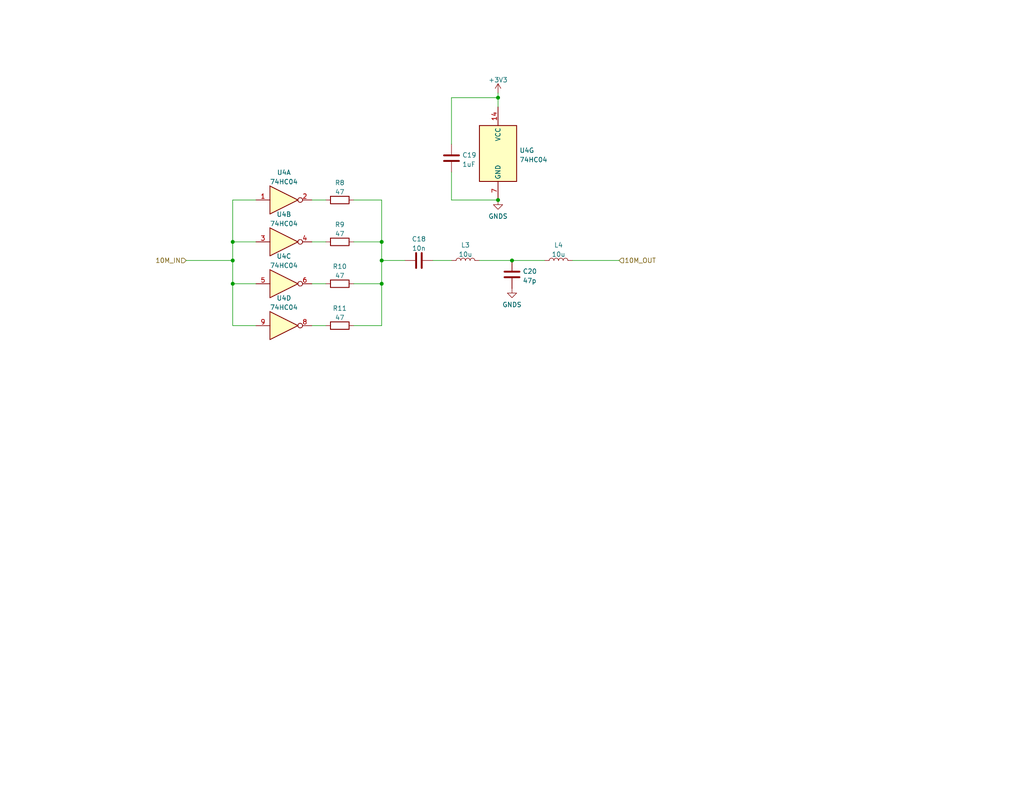
<source format=kicad_sch>
(kicad_sch (version 20211123) (generator eeschema)
  (paper "USLetter")
  (title_block (title "UCCM+BBB Carrier") (date "2022-10-07") (rev "1") (company "VE7XEN"))
  (lib_symbols
    (symbol "74xx:74HC04"
      (property "Reference" "U" (at 0 1.27 0))
      (property "Value" "74HC04" (at 0 -1.27 0))
      (symbol "74HC04_1_0"
        (polyline (pts (xy -3.81 3.81) (xy -3.81 -3.81) (xy 3.81 0) (xy -3.81 3.81)) (stroke (width 0.254)) (fill (type background)))
        (pin input line (at -7.62 0 0) (length 3.81) (name "~") (number "1"))
        (pin output inverted (at 7.62 0 180) (length 3.81) (name "~") (number "2"))
      )
      (symbol "74HC04_2_0"
        (polyline (pts (xy -3.81 3.81) (xy -3.81 -3.81) (xy 3.81 0) (xy -3.81 3.81)) (stroke (width 0.254)) (fill (type background)))
        (pin input line (at -7.62 0 0) (length 3.81) (name "~") (number "3"))
        (pin output inverted (at 7.62 0 180) (length 3.81) (name "~") (number "4"))
      )
      (symbol "74HC04_3_0"
        (polyline (pts (xy -3.81 3.81) (xy -3.81 -3.81) (xy 3.81 0) (xy -3.81 3.81)) (stroke (width 0.254)) (fill (type background)))
        (pin input line (at -7.62 0 0) (length 3.81) (name "~") (number "5"))
        (pin output inverted (at 7.62 0 180) (length 3.81) (name "~") (number "6"))
      )
      (symbol "74HC04_4_0"
        (polyline (pts (xy -3.81 3.81) (xy -3.81 -3.81) (xy 3.81 0) (xy -3.81 3.81)) (stroke (width 0.254)) (fill (type background)))
        (pin output inverted (at 7.62 0 180) (length 3.81) (name "~") (number "8"))
        (pin input line (at -7.62 0 0) (length 3.81) (name "~") (number "9"))
      )
      (symbol "74HC04_5_0"
        (polyline (pts (xy -3.81 3.81) (xy -3.81 -3.81) (xy 3.81 0) (xy -3.81 3.81)) (stroke (width 0.254)) (fill (type background)))
        (pin output inverted (at 7.62 0 180) (length 3.81) (name "~") (number "10"))
        (pin input line (at -7.62 0 0) (length 3.81) (name "~") (number "11"))
      )
      (symbol "74HC04_6_0"
        (polyline (pts (xy -3.81 3.81) (xy -3.81 -3.81) (xy 3.81 0) (xy -3.81 3.81)) (stroke (width 0.254)) (fill (type background)))
        (pin output inverted (at 7.62 0 180) (length 3.81) (name "~") (number "12"))
        (pin input line (at -7.62 0 0) (length 3.81) (name "~") (number "13"))
      )
      (symbol "74HC04_7_0"
        (pin power_in line (at 0 12.7 270) (length 5.08) (name "VCC") (number "14"))
        (pin power_in line (at 0 -12.7 90) (length 5.08) (name "GND") (number "7"))
      )
      (symbol "74HC04_7_1"
        (rectangle (start -5.08 7.62) (end 5.08 -7.62) (stroke (width 0.254)) (fill (type background)))
      )
    )
    (symbol "Device:C" (pin_numbers hide) (pin_names (offset 0.254))
      (property "Reference" "C" (at 0.635 2.54 0))
      (property "Value" "C" (at 0.635 -2.54 0))
      (symbol "C_0_1"
        (polyline (pts (xy -2.032 -0.762) (xy 2.032 -0.762)) (stroke (width 0.508)))
        (polyline (pts (xy -2.032 0.762) (xy 2.032 0.762)) (stroke (width 0.508)))
      )
      (symbol "C_1_1"
        (pin passive line (at 0 3.81 270) (length 2.794) (name "~") (number "1"))
        (pin passive line (at 0 -3.81 90) (length 2.794) (name "~") (number "2"))
      )
    )
    (symbol "Device:L" (pin_numbers hide) (pin_names (offset 1.016) hide)
      (property "Reference" "L" (at -1.27 0 90))
      (property "Value" "L" (at 1.905 0 90))
      (symbol "L_0_1"
        (arc (start 0 -2.54) (mid 0.635 -1.905) (end 0 -1.27))
        (arc (start 0 -1.27) (mid 0.635 -0.635) (end 0 0))
        (arc (start 0 0) (mid 0.635 0.635) (end 0 1.27))
        (arc (start 0 1.27) (mid 0.635 1.905) (end 0 2.54))
      )
      (symbol "L_1_1"
        (pin passive line (at 0 3.81 270) (length 1.27) (name "1") (number "1"))
        (pin passive line (at 0 -3.81 90) (length 1.27) (name "2") (number "2"))
      )
    )
    (symbol "Device:R" (pin_numbers hide) (pin_names (offset 0))
      (property "Reference" "R" (at 2.032 0 90))
      (property "Value" "R" (at 0 0 90))
      (symbol "R_0_1"
        (rectangle (start -1.016 -2.54) (end 1.016 2.54) (stroke (width 0.254)))
      )
      (symbol "R_1_1"
        (pin passive line (at 0 3.81 270) (length 1.27) (name "~") (number "1"))
        (pin passive line (at 0 -3.81 90) (length 1.27) (name "~") (number "2"))
      )
    )
    (symbol "power:+3V3" (power) (pin_names (offset 0))
      (property "Value" "+3V3" (at 0 3.556 0))
      (symbol "+3V3_0_1"
        (polyline (pts (xy -0.762 1.27) (xy 0 2.54)))
        (polyline (pts (xy 0 0) (xy 0 2.54)))
        (polyline (pts (xy 0 2.54) (xy 0.762 1.27)))
      )
      (symbol "+3V3_1_1"
        (pin power_in line (at 0 0 90) (length 0) hide (name "+3V3") (number "1"))
      )
    )
    (symbol "power:GNDS" (power) (pin_names (offset 0))
      (property "Value" "GNDS" (at 0 -3.81 0))
      (symbol "GNDS_0_1"
        (polyline (pts (xy 0 0) (xy 0 -1.27) (xy 1.27 -1.27) (xy 0 -2.54) (xy -1.27 -1.27) (xy 0 -1.27)))
      )
      (symbol "GNDS_1_1"
        (pin power_in line (at 0 0 270) (length 0) hide (name "GNDS") (number "1"))
      )
    )
  )
  (junction (at 104.14 71.12))
  (junction (at 63.5 66.04))
  (junction (at 63.5 71.12))
  (junction (at 135.89 54.61))
  (junction (at 135.89 26.67))
  (junction (at 63.5 77.47))
  (junction (at 104.14 77.47))
  (junction (at 104.14 66.04))
  (junction (at 139.7 71.12))
  (wire (pts (xy 123.19 54.61) (xy 135.89 54.61)))
  (wire (pts (xy 123.19 26.67) (xy 135.89 26.67)))
  (wire (pts (xy 85.09 88.9) (xy 88.9 88.9)))
  (wire (pts (xy 130.81 71.12) (xy 139.7 71.12)))
  (wire (pts (xy 96.52 88.9) (xy 104.14 88.9)))
  (wire (pts (xy 85.09 54.61) (xy 88.9 54.61)))
  (wire (pts (xy 96.52 77.47) (xy 104.14 77.47)))
  (wire (pts (xy 123.19 46.99) (xy 123.19 54.61)))
  (wire (pts (xy 63.5 54.61) (xy 63.5 66.04)))
  (wire (pts (xy 85.09 66.04) (xy 88.9 66.04)))
  (wire (pts (xy 104.14 54.61) (xy 104.14 66.04)))
  (wire (pts (xy 63.5 88.9) (xy 63.5 77.47)))
  (wire (pts (xy 104.14 77.47) (xy 104.14 71.12)))
  (wire (pts (xy 135.89 26.67) (xy 135.89 29.21)))
  (wire (pts (xy 139.7 71.12) (xy 148.59 71.12)))
  (wire (pts (xy 50.8 71.12) (xy 63.5 71.12)))
  (wire (pts (xy 63.5 66.04) (xy 63.5 71.12)))
  (wire (pts (xy 96.52 66.04) (xy 104.14 66.04)))
  (wire (pts (xy 69.85 54.61) (xy 63.5 54.61)))
  (wire (pts (xy 63.5 71.12) (xy 63.5 77.47)))
  (wire (pts (xy 168.91 71.12) (xy 156.21 71.12)))
  (wire (pts (xy 118.11 71.12) (xy 123.19 71.12)))
  (wire (pts (xy 135.89 25.4) (xy 135.89 26.67)))
  (wire (pts (xy 63.5 77.47) (xy 69.85 77.47)))
  (wire (pts (xy 104.14 66.04) (xy 104.14 71.12)))
  (wire (pts (xy 123.19 39.37) (xy 123.19 26.67)))
  (wire (pts (xy 96.52 54.61) (xy 104.14 54.61)))
  (wire (pts (xy 104.14 71.12) (xy 110.49 71.12)))
  (wire (pts (xy 104.14 88.9) (xy 104.14 77.47)))
  (wire (pts (xy 69.85 88.9) (xy 63.5 88.9)))
  (wire (pts (xy 69.85 66.04) (xy 63.5 66.04)))
  (wire (pts (xy 85.09 77.47) (xy 88.9 77.47)))
  (hierarchical_label "10M_IN" (shape input) (at 50.8 71.12 180))
  (hierarchical_label "10M_OUT" (shape input) (at 168.91 71.12 0))
  (symbol (lib_id "power:+3V3") (at 135.89 25.4 0) (unit 1)
    (property "Reference" "#PWR046" (effects hide))
    (property "Value" "+3V3" (at 135.89 21.8242 0))
  )
  (symbol (lib_id "74xx:74HC04") (at 77.47 88.9 0) (unit 4)
    (property "Reference" "U4" (at 77.47 81.3902 0))
    (property "Value" "74HC04" (at 77.47 83.9271 0))
    (property "Footprint" "Package_SO:SOIC-14_3.9x8.7mm_P1.27mm" (effects hide))
    (property "Datasheet" "https://assets.nexperia.com/documents/data-sheet/74HC_HCT04.pdf" (effects hide))
    (property "LCSC" "C5590" (effects hide))
  )
  (symbol (lib_id "Device:C") (at 114.3 71.12 90) (unit 1)
    (property "Reference" "C18" (at 114.3 65.2612 90))
    (property "Value" "10n" (at 114.3 67.7981 90))
    (property "Footprint" "Capacitor_SMD:C_0805_2012Metric_Pad1.18x1.45mm_HandSolder" (effects hide))
    (property "LCSC" "C1710" (effects hide))
  )
  (symbol (lib_id "power:GNDS") (at 135.89 54.61 0) (unit 1)
    (property "Reference" "#PWR047" (effects hide))
    (property "Value" "GNDS" (at 135.89 59.0534 0))
  )
  (symbol (lib_id "Device:R") (at 92.71 54.61 90) (unit 1)
    (property "Reference" "R8" (at 92.71 49.8942 90))
    (property "Value" "47" (at 92.71 52.4311 90))
    (property "Footprint" "Resistor_SMD:R_0805_2012Metric_Pad1.20x1.40mm_HandSolder" (effects hide))
    (property "LCSC" "C17714" (effects hide))
  )
  (symbol (lib_id "Device:R") (at 92.71 88.9 90) (unit 1)
    (property "Reference" "R11" (at 92.71 84.1842 90))
    (property "Value" "47" (at 92.71 86.7211 90))
    (property "Footprint" "Resistor_SMD:R_0805_2012Metric_Pad1.20x1.40mm_HandSolder" (effects hide))
    (property "LCSC" "C17714" (effects hide))
  )
  (symbol (lib_id "74xx:74HC04") (at 77.47 54.61 0) (unit 1)
    (property "Reference" "U4" (at 77.47 47.1002 0))
    (property "Value" "74HC04" (at 77.47 49.6371 0))
    (property "Footprint" "Package_SO:SOIC-14_3.9x8.7mm_P1.27mm" (effects hide))
    (property "Datasheet" "https://assets.nexperia.com/documents/data-sheet/74HC_HCT04.pdf" (effects hide))
    (property "LCSC" "C5590" (effects hide))
  )
  (symbol (lib_id "Device:C") (at 123.19 43.18 0) (unit 1)
    (property "Reference" "C19" (at 126.111 42.3453 0) (effects (justify left)))
    (property "Value" "1uF" (at 126.111 44.8822 0) (effects (justify left)))
    (property "Footprint" "Capacitor_SMD:C_1206_3216Metric_Pad1.33x1.80mm_HandSolder" (effects hide))
    (property "LCSC" "C28323" (effects hide))
  )
  (symbol (lib_id "Device:L") (at 152.4 71.12 90) (unit 1)
    (property "Reference" "L4" (at 152.4 66.9122 90))
    (property "Value" "10u" (at 152.4 69.4491 90))
    (property "Footprint" "Inductor_SMD:L_1206_3216Metric_Pad1.22x1.90mm_HandSolder" (effects hide))
    (property "LCSC" "C1051" (effects hide))
  )
  (symbol (lib_id "power:GNDS") (at 139.7 78.74 0) (unit 1)
    (property "Reference" "#PWR048" (effects hide))
    (property "Value" "GNDS" (at 139.7 83.1834 0))
  )
  (symbol (lib_id "Device:R") (at 92.71 66.04 90) (unit 1)
    (property "Reference" "R9" (at 92.71 61.3242 90))
    (property "Value" "47" (at 92.71 63.8611 90))
    (property "Footprint" "Resistor_SMD:R_0805_2012Metric_Pad1.20x1.40mm_HandSolder" (effects hide))
    (property "LCSC" "C17714" (effects hide))
  )
  (symbol (lib_id "74xx:74HC04") (at 77.47 66.04 0) (unit 2)
    (property "Reference" "U4" (at 77.47 58.5302 0))
    (property "Value" "74HC04" (at 77.47 61.0671 0))
    (property "Footprint" "Package_SO:SOIC-14_3.9x8.7mm_P1.27mm" (effects hide))
    (property "Datasheet" "https://assets.nexperia.com/documents/data-sheet/74HC_HCT04.pdf" (effects hide))
    (property "LCSC" "C5590" (effects hide))
  )
  (symbol (lib_id "74xx:74HC04") (at 135.89 41.91 0) (unit 7)
    (property "Reference" "U4" (at 141.732 41.0753 0) (effects (justify left)))
    (property "Value" "74HC04" (at 141.732 43.6122 0) (effects (justify left)))
    (property "Footprint" "Package_SO:SOIC-14_3.9x8.7mm_P1.27mm" (effects hide))
    (property "Datasheet" "https://assets.nexperia.com/documents/data-sheet/74HC_HCT04.pdf" (effects hide))
    (property "LCSC" "C5590" (effects hide))
  )
  (symbol (lib_id "Device:L") (at 127 71.12 90) (unit 1)
    (property "Reference" "L3" (at 127 66.9122 90))
    (property "Value" "10u" (at 127 69.4491 90))
    (property "Footprint" "Inductor_SMD:L_1206_3216Metric_Pad1.22x1.90mm_HandSolder" (effects hide))
    (property "LCSC" "C1051" (effects hide))
  )
  (symbol (lib_id "Device:R") (at 92.71 77.47 90) (unit 1)
    (property "Reference" "R10" (at 92.71 72.7542 90))
    (property "Value" "47" (at 92.71 75.2911 90))
    (property "Footprint" "Resistor_SMD:R_0805_2012Metric_Pad1.20x1.40mm_HandSolder" (effects hide))
    (property "LCSC" "C17714" (effects hide))
  )
  (symbol (lib_id "Device:C") (at 139.7 74.93 0) (unit 1)
    (property "Reference" "C20" (at 142.621 74.0953 0) (effects (justify left)))
    (property "Value" "47p" (at 142.621 76.6322 0) (effects (justify left)))
    (property "Footprint" "Capacitor_SMD:C_0805_2012Metric_Pad1.18x1.45mm_HandSolder" (effects hide))
    (property "LCSC" "C14857" (effects hide))
  )
  (symbol (lib_id "74xx:74HC04") (at 77.47 77.47 0) (unit 3)
    (property "Reference" "U4" (at 77.47 69.9602 0))
    (property "Value" "74HC04" (at 77.47 72.4971 0))
    (property "Footprint" "Package_SO:SOIC-14_3.9x8.7mm_P1.27mm" (effects hide))
    (property "Datasheet" "https://assets.nexperia.com/documents/data-sheet/74HC_HCT04.pdf" (effects hide))
    (property "LCSC" "C5590" (effects hide))
  )
)
</source>
